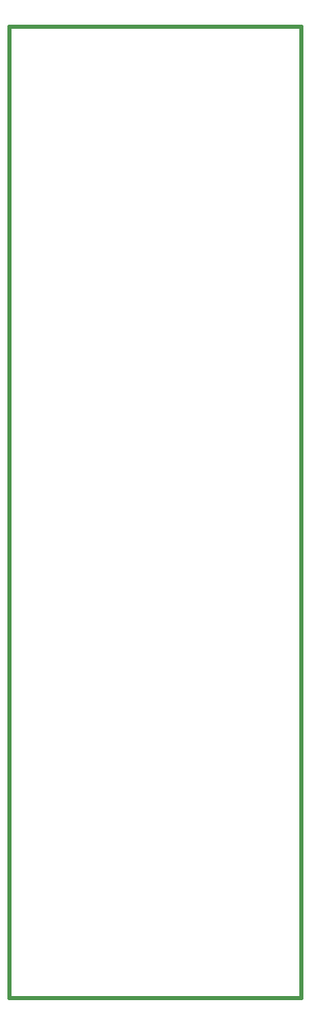
<source format=gbr>
G04 (created by PCBNEW (2013-mar-13)-testing) date Sun 09 Jun 2013 06:46:31 PM NZST*
%MOIN*%
G04 Gerber Fmt 3.4, Leading zero omitted, Abs format*
%FSLAX34Y34*%
G01*
G70*
G90*
G04 APERTURE LIST*
%ADD10C,0.005906*%
%ADD11C,0.015000*%
G04 APERTURE END LIST*
G54D10*
G54D11*
X15748Y-7874D02*
X27559Y-7874D01*
X15748Y-47244D02*
X15748Y-7874D01*
X27559Y-47244D02*
X15748Y-47244D01*
X27559Y-7874D02*
X27559Y-47244D01*
M02*

</source>
